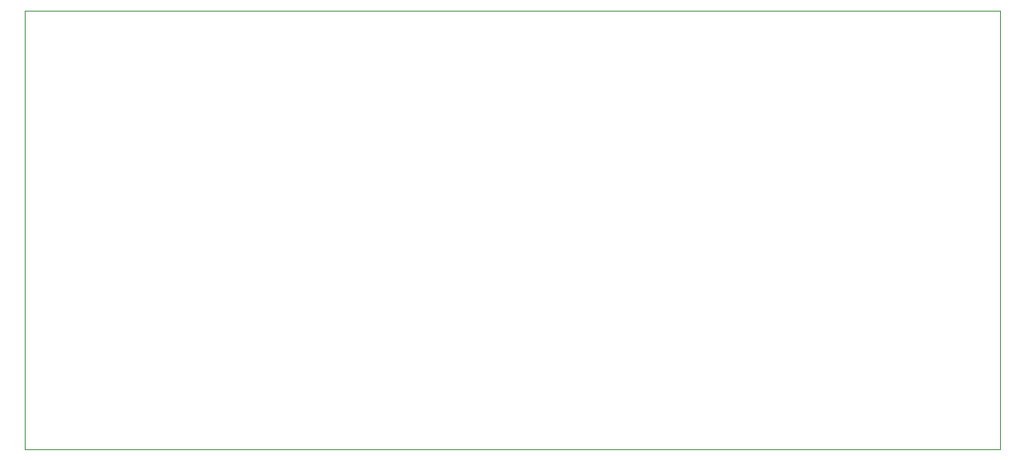
<source format=gbr>
%TF.GenerationSoftware,Altium Limited,Altium Designer,23.4.1 (23)*%
G04 Layer_Color=0*
%FSLAX45Y45*%
%MOMM*%
%TF.SameCoordinates,D6ADF24A-3376-43E2-8D1E-8FFFCD63A60F*%
%TF.FilePolarity,Positive*%
%TF.FileFunction,Profile,NP*%
%TF.Part,Single*%
G01*
G75*
%TA.AperFunction,Profile*%
%ADD125C,0.02540*%
D125*
X0Y0D02*
X10000000Y-0D01*
Y4500000D01*
X0D01*
Y0D01*
%TF.MD5,5d81cc6fdfb48f8f8a48f169d46069fd*%
M02*

</source>
